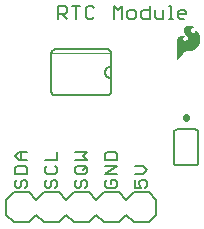
<source format=gto>
G75*
%MOIN*%
%OFA0B0*%
%FSLAX24Y24*%
%IPPOS*%
%LPD*%
%AMOC8*
5,1,8,0,0,1.08239X$1,22.5*
%
%ADD10C,0.0080*%
%ADD11C,0.0010*%
%ADD12C,0.0060*%
%ADD13C,0.0020*%
%ADD14C,0.0220*%
D10*
X001000Y006500D02*
X000750Y006750D01*
X000750Y007250D01*
X001000Y007500D01*
X001500Y007500D01*
X001750Y007250D01*
X002000Y007500D01*
X002500Y007500D01*
X002750Y007250D01*
X003000Y007500D01*
X003500Y007500D01*
X003750Y007250D01*
X004000Y007500D01*
X004500Y007500D01*
X004750Y007250D01*
X005000Y007500D01*
X005500Y007500D01*
X005750Y007250D01*
X005750Y006750D01*
X005500Y006500D01*
X005000Y006500D01*
X004750Y006750D01*
X004500Y006500D01*
X004000Y006500D01*
X003750Y006750D01*
X003500Y006500D01*
X003000Y006500D01*
X002750Y006750D01*
X002500Y006500D01*
X002000Y006500D01*
X001750Y006750D01*
X001500Y006500D01*
X001000Y006500D01*
X001110Y007640D02*
X001180Y007640D01*
X001250Y007710D01*
X001250Y007850D01*
X001320Y007920D01*
X001390Y007920D01*
X001460Y007850D01*
X001460Y007710D01*
X001390Y007640D01*
X001110Y007640D02*
X001040Y007710D01*
X001040Y007850D01*
X001110Y007920D01*
X001040Y008100D02*
X001040Y008311D01*
X001110Y008381D01*
X001390Y008381D01*
X001460Y008311D01*
X001460Y008100D01*
X001040Y008100D01*
X002040Y008170D02*
X002040Y008311D01*
X002110Y008381D01*
X002040Y008561D02*
X002460Y008561D01*
X002460Y008841D01*
X003040Y008841D02*
X003460Y008841D01*
X003320Y008701D01*
X003460Y008561D01*
X003040Y008561D01*
X003110Y008381D02*
X003040Y008311D01*
X003040Y008170D01*
X003110Y008100D01*
X003390Y008100D01*
X003460Y008170D01*
X003460Y008311D01*
X003390Y008381D01*
X003110Y008381D01*
X003320Y008241D02*
X003460Y008381D01*
X004040Y008381D02*
X004460Y008381D01*
X004040Y008100D01*
X004460Y008100D01*
X004390Y007920D02*
X004250Y007920D01*
X004250Y007780D01*
X004110Y007640D02*
X004390Y007640D01*
X004460Y007710D01*
X004460Y007850D01*
X004390Y007920D01*
X004110Y007920D02*
X004040Y007850D01*
X004040Y007710D01*
X004110Y007640D01*
X003460Y007710D02*
X003460Y007850D01*
X003390Y007920D01*
X003320Y007920D01*
X003250Y007850D01*
X003250Y007710D01*
X003180Y007640D01*
X003110Y007640D01*
X003040Y007710D01*
X003040Y007850D01*
X003110Y007920D01*
X003390Y007640D02*
X003460Y007710D01*
X002460Y007710D02*
X002390Y007640D01*
X002460Y007710D02*
X002460Y007850D01*
X002390Y007920D01*
X002320Y007920D01*
X002250Y007850D01*
X002250Y007710D01*
X002180Y007640D01*
X002110Y007640D01*
X002040Y007710D01*
X002040Y007850D01*
X002110Y007920D01*
X002110Y008100D02*
X002390Y008100D01*
X002460Y008170D01*
X002460Y008311D01*
X002390Y008381D01*
X002110Y008100D02*
X002040Y008170D01*
X001460Y008561D02*
X001180Y008561D01*
X001040Y008701D01*
X001180Y008841D01*
X001460Y008841D01*
X001250Y008841D02*
X001250Y008561D01*
X004040Y008561D02*
X004040Y008771D01*
X004110Y008841D01*
X004390Y008841D01*
X004460Y008771D01*
X004460Y008561D01*
X004040Y008561D01*
X005040Y008381D02*
X005320Y008381D01*
X005460Y008241D01*
X005320Y008100D01*
X005040Y008100D01*
X005040Y007920D02*
X005040Y007640D01*
X005250Y007640D01*
X005180Y007780D01*
X005180Y007850D01*
X005250Y007920D01*
X005390Y007920D01*
X005460Y007850D01*
X005460Y007710D01*
X005390Y007640D01*
X005322Y013290D02*
X005252Y013360D01*
X005252Y013500D01*
X005322Y013570D01*
X005533Y013570D01*
X005533Y013710D02*
X005533Y013290D01*
X005322Y013290D01*
X005072Y013360D02*
X005072Y013500D01*
X005002Y013570D01*
X004862Y013570D01*
X004792Y013500D01*
X004792Y013360D01*
X004862Y013290D01*
X005002Y013290D01*
X005072Y013360D01*
X004612Y013290D02*
X004612Y013710D01*
X004472Y013570D01*
X004332Y013710D01*
X004332Y013290D01*
X003691Y013360D02*
X003621Y013290D01*
X003481Y013290D01*
X003411Y013360D01*
X003411Y013640D01*
X003481Y013710D01*
X003621Y013710D01*
X003691Y013640D01*
X003231Y013710D02*
X002950Y013710D01*
X003091Y013710D02*
X003091Y013290D01*
X002770Y013290D02*
X002630Y013430D01*
X002700Y013430D02*
X002490Y013430D01*
X002490Y013290D02*
X002490Y013710D01*
X002700Y013710D01*
X002770Y013640D01*
X002770Y013500D01*
X002700Y013430D01*
X005713Y013360D02*
X005783Y013290D01*
X005993Y013290D01*
X005993Y013570D01*
X006173Y013710D02*
X006243Y013710D01*
X006243Y013290D01*
X006173Y013290D02*
X006313Y013290D01*
X006480Y013360D02*
X006480Y013500D01*
X006550Y013570D01*
X006690Y013570D01*
X006760Y013500D01*
X006760Y013430D01*
X006480Y013430D01*
X006480Y013360D02*
X006550Y013290D01*
X006690Y013290D01*
X005713Y013360D02*
X005713Y013570D01*
D11*
X006728Y013005D02*
X006759Y013027D01*
X006790Y013042D01*
X006823Y013051D01*
X006857Y013054D01*
X006892Y013051D01*
X006927Y013042D01*
X006936Y013038D01*
X006950Y013032D01*
X006970Y013023D01*
X006987Y013010D01*
X006988Y013009D01*
X006988Y013009D01*
X006964Y013009D01*
X006943Y013007D01*
X006923Y013001D01*
X006903Y012990D01*
X006887Y012975D01*
X006875Y012956D01*
X006868Y012934D01*
X006867Y012921D01*
X006870Y012908D01*
X006878Y012888D01*
X006890Y012869D01*
X006904Y012852D01*
X006921Y012838D01*
X006957Y012812D01*
X006977Y012802D01*
X006999Y012798D01*
X007022Y012800D01*
X007030Y012803D01*
X007045Y012814D01*
X007057Y012828D01*
X007059Y012833D01*
X007108Y012833D01*
X007104Y012838D02*
X007060Y012874D01*
X007060Y012839D01*
X007059Y012833D01*
X007060Y012841D02*
X007100Y012841D01*
X007104Y012838D02*
X007140Y012793D01*
X007160Y012756D01*
X006748Y012756D01*
X006740Y012765D02*
X007155Y012765D01*
X007151Y012773D02*
X006732Y012773D01*
X006732Y012774D02*
X006789Y012713D01*
X006804Y012695D01*
X006814Y012674D01*
X006818Y012651D01*
X006817Y012628D01*
X006809Y012606D01*
X006796Y012587D01*
X006778Y012572D01*
X006756Y012560D01*
X006732Y012552D01*
X006707Y012548D01*
X006678Y012549D01*
X006650Y012558D01*
X006625Y012573D01*
X006612Y012587D01*
X006603Y012604D01*
X006599Y012622D01*
X006599Y012639D01*
X006603Y012657D01*
X006607Y012664D01*
X006612Y012669D01*
X006645Y012693D01*
X006651Y012696D01*
X006658Y012698D01*
X006665Y012697D01*
X006646Y012700D01*
X006609Y012703D01*
X006572Y012700D01*
X006544Y012693D01*
X006519Y012680D01*
X006497Y012663D01*
X006606Y012663D01*
X006602Y012654D02*
X006489Y012654D01*
X006482Y012646D02*
X006601Y012646D01*
X006599Y012637D02*
X006476Y012637D01*
X006478Y012641D02*
X006462Y012612D01*
X006453Y012581D01*
X006450Y012548D01*
X006450Y011951D01*
X006642Y012167D01*
X006676Y012198D01*
X006716Y012222D01*
X006731Y012227D01*
X006746Y012230D01*
X006836Y012230D01*
X006890Y012235D01*
X006942Y012249D01*
X006990Y012273D01*
X007036Y012305D01*
X007076Y012343D01*
X007111Y012387D01*
X007148Y012453D01*
X007173Y012525D01*
X007184Y012600D01*
X007182Y012676D01*
X007174Y012717D01*
X007160Y012756D01*
X007163Y012748D02*
X006756Y012748D01*
X006764Y012739D02*
X007166Y012739D01*
X007169Y012731D02*
X006772Y012731D01*
X006780Y012722D02*
X007172Y012722D01*
X007175Y012714D02*
X006788Y012714D01*
X006796Y012705D02*
X007176Y012705D01*
X007178Y012697D02*
X006803Y012697D01*
X006808Y012688D02*
X007180Y012688D01*
X007181Y012680D02*
X006812Y012680D01*
X006815Y012671D02*
X007182Y012671D01*
X007182Y012663D02*
X006816Y012663D01*
X006818Y012654D02*
X007183Y012654D01*
X007183Y012646D02*
X006818Y012646D01*
X006817Y012637D02*
X007183Y012637D01*
X007183Y012629D02*
X006817Y012629D01*
X006814Y012620D02*
X007184Y012620D01*
X007184Y012612D02*
X006811Y012612D01*
X006807Y012603D02*
X007184Y012603D01*
X007184Y012595D02*
X006801Y012595D01*
X006795Y012586D02*
X007182Y012586D01*
X007181Y012578D02*
X006785Y012578D01*
X006773Y012569D02*
X007180Y012569D01*
X007178Y012561D02*
X006757Y012561D01*
X006733Y012552D02*
X007177Y012552D01*
X007176Y012544D02*
X006450Y012544D01*
X006450Y012552D02*
X006669Y012552D01*
X006645Y012561D02*
X006451Y012561D01*
X006452Y012569D02*
X006631Y012569D01*
X006621Y012578D02*
X006453Y012578D01*
X006454Y012586D02*
X006612Y012586D01*
X006608Y012595D02*
X006457Y012595D01*
X006460Y012603D02*
X006603Y012603D01*
X006601Y012612D02*
X006462Y012612D01*
X006467Y012620D02*
X006599Y012620D01*
X006599Y012629D02*
X006471Y012629D01*
X006478Y012641D02*
X006497Y012663D01*
X006507Y012671D02*
X006615Y012671D01*
X006627Y012680D02*
X006518Y012680D01*
X006535Y012688D02*
X006638Y012688D01*
X006653Y012697D02*
X006559Y012697D01*
X006715Y012799D02*
X006994Y012799D01*
X007010Y012799D02*
X007136Y012799D01*
X007142Y012790D02*
X006721Y012790D01*
X006726Y012782D02*
X007146Y012782D01*
X007129Y012807D02*
X007036Y012807D01*
X007047Y012816D02*
X007122Y012816D01*
X007115Y012824D02*
X007054Y012824D01*
X007060Y012850D02*
X007090Y012850D01*
X007079Y012858D02*
X007060Y012858D01*
X007060Y012867D02*
X007069Y012867D01*
X006966Y012807D02*
X006709Y012807D01*
X006703Y012816D02*
X006952Y012816D01*
X006940Y012824D02*
X006698Y012824D01*
X006692Y012833D02*
X006928Y012833D01*
X006917Y012841D02*
X006686Y012841D01*
X006685Y012843D02*
X006732Y012774D01*
X006685Y012843D02*
X006674Y012870D01*
X006670Y012899D01*
X006674Y012928D01*
X006684Y012955D01*
X006701Y012979D01*
X006728Y013005D01*
X006726Y013003D02*
X006929Y013003D01*
X006910Y012994D02*
X006717Y012994D01*
X006708Y012986D02*
X006898Y012986D01*
X006889Y012977D02*
X006700Y012977D01*
X006694Y012969D02*
X006883Y012969D01*
X006877Y012960D02*
X006688Y012960D01*
X006683Y012952D02*
X006873Y012952D01*
X006871Y012943D02*
X006679Y012943D01*
X006676Y012935D02*
X006868Y012935D01*
X006868Y012926D02*
X006673Y012926D01*
X006672Y012918D02*
X006868Y012918D01*
X006870Y012909D02*
X006671Y012909D01*
X006670Y012901D02*
X006873Y012901D01*
X006877Y012892D02*
X006671Y012892D01*
X006672Y012884D02*
X006881Y012884D01*
X006886Y012875D02*
X006673Y012875D01*
X006675Y012867D02*
X006892Y012867D01*
X006899Y012858D02*
X006679Y012858D01*
X006682Y012850D02*
X006907Y012850D01*
X006985Y013011D02*
X006737Y013011D01*
X006749Y013020D02*
X006975Y013020D01*
X006959Y013028D02*
X006761Y013028D01*
X006778Y013037D02*
X006939Y013037D01*
X006914Y013045D02*
X006800Y013045D01*
X006853Y013054D02*
X006860Y013054D01*
X007175Y012535D02*
X006450Y012535D01*
X006450Y012527D02*
X007173Y012527D01*
X007171Y012518D02*
X006450Y012518D01*
X006450Y012510D02*
X007168Y012510D01*
X007165Y012501D02*
X006450Y012501D01*
X006450Y012493D02*
X007162Y012493D01*
X007159Y012484D02*
X006450Y012484D01*
X006450Y012476D02*
X007156Y012476D01*
X007153Y012467D02*
X006450Y012467D01*
X006450Y012459D02*
X007150Y012459D01*
X007147Y012450D02*
X006450Y012450D01*
X006450Y012442D02*
X007142Y012442D01*
X007137Y012433D02*
X006450Y012433D01*
X006450Y012425D02*
X007132Y012425D01*
X007127Y012416D02*
X006450Y012416D01*
X006450Y012408D02*
X007123Y012408D01*
X007118Y012399D02*
X006450Y012399D01*
X006450Y012391D02*
X007113Y012391D01*
X007107Y012382D02*
X006450Y012382D01*
X006450Y012374D02*
X007100Y012374D01*
X007094Y012365D02*
X006450Y012365D01*
X006450Y012357D02*
X007087Y012357D01*
X007080Y012348D02*
X006450Y012348D01*
X006450Y012340D02*
X007072Y012340D01*
X007063Y012331D02*
X006450Y012331D01*
X006450Y012323D02*
X007054Y012323D01*
X007045Y012314D02*
X006450Y012314D01*
X006450Y012306D02*
X007036Y012306D01*
X007024Y012297D02*
X006450Y012297D01*
X006450Y012289D02*
X007012Y012289D01*
X007000Y012280D02*
X006450Y012280D01*
X006450Y012272D02*
X006987Y012272D01*
X006970Y012263D02*
X006450Y012263D01*
X006450Y012255D02*
X006952Y012255D01*
X006930Y012246D02*
X006450Y012246D01*
X006450Y012238D02*
X006900Y012238D01*
X006741Y012229D02*
X006450Y012229D01*
X006450Y012221D02*
X006714Y012221D01*
X006699Y012212D02*
X006450Y012212D01*
X006450Y012204D02*
X006685Y012204D01*
X006673Y012195D02*
X006450Y012195D01*
X006450Y012187D02*
X006663Y012187D01*
X006654Y012178D02*
X006450Y012178D01*
X006450Y012170D02*
X006645Y012170D01*
X006637Y012161D02*
X006450Y012161D01*
X006450Y012153D02*
X006629Y012153D01*
X006622Y012144D02*
X006450Y012144D01*
X006450Y012136D02*
X006614Y012136D01*
X006607Y012127D02*
X006450Y012127D01*
X006450Y012119D02*
X006599Y012119D01*
X006591Y012110D02*
X006450Y012110D01*
X006450Y012102D02*
X006584Y012102D01*
X006576Y012093D02*
X006450Y012093D01*
X006450Y012085D02*
X006569Y012085D01*
X006561Y012076D02*
X006450Y012076D01*
X006450Y012068D02*
X006554Y012068D01*
X006546Y012059D02*
X006450Y012059D01*
X006450Y012051D02*
X006539Y012051D01*
X006531Y012042D02*
X006450Y012042D01*
X006450Y012034D02*
X006524Y012034D01*
X006516Y012025D02*
X006450Y012025D01*
X006450Y012017D02*
X006508Y012017D01*
X006501Y012008D02*
X006450Y012008D01*
X006450Y012000D02*
X006493Y012000D01*
X006486Y011991D02*
X006450Y011991D01*
X006450Y011983D02*
X006478Y011983D01*
X006471Y011974D02*
X006450Y011974D01*
X006450Y011966D02*
X006463Y011966D01*
X006456Y011957D02*
X006450Y011957D01*
D12*
X004250Y012120D02*
X004250Y011700D01*
X004250Y011300D01*
X004250Y010880D01*
X004248Y010857D01*
X004243Y010834D01*
X004234Y010812D01*
X004221Y010792D01*
X004206Y010774D01*
X004188Y010759D01*
X004168Y010746D01*
X004146Y010737D01*
X004123Y010732D01*
X004100Y010730D01*
X002400Y010730D01*
X002377Y010732D01*
X002354Y010737D01*
X002332Y010746D01*
X002312Y010759D01*
X002294Y010774D01*
X002279Y010792D01*
X002266Y010812D01*
X002257Y010834D01*
X002252Y010857D01*
X002250Y010880D01*
X002250Y012120D01*
X002252Y012143D01*
X002257Y012166D01*
X002266Y012188D01*
X002279Y012208D01*
X002294Y012226D01*
X002312Y012241D01*
X002332Y012254D01*
X002354Y012263D01*
X002377Y012268D01*
X002400Y012270D01*
X004100Y012270D01*
X004123Y012268D01*
X004146Y012263D01*
X004168Y012254D01*
X004188Y012241D01*
X004206Y012226D01*
X004221Y012208D01*
X004234Y012188D01*
X004243Y012166D01*
X004248Y012143D01*
X004250Y012120D01*
X004250Y011700D02*
X004223Y011698D01*
X004196Y011693D01*
X004170Y011683D01*
X004146Y011671D01*
X004124Y011655D01*
X004104Y011637D01*
X004087Y011615D01*
X004072Y011592D01*
X004062Y011567D01*
X004054Y011541D01*
X004050Y011514D01*
X004050Y011486D01*
X004054Y011459D01*
X004062Y011433D01*
X004072Y011408D01*
X004087Y011385D01*
X004104Y011363D01*
X004124Y011345D01*
X004146Y011329D01*
X004170Y011317D01*
X004196Y011307D01*
X004223Y011302D01*
X004250Y011300D01*
X006450Y009600D02*
X007050Y009600D01*
X007067Y009598D01*
X007084Y009594D01*
X007100Y009587D01*
X007114Y009577D01*
X007127Y009564D01*
X007137Y009550D01*
X007144Y009534D01*
X007148Y009517D01*
X007150Y009500D01*
X007150Y008500D01*
X007148Y008483D01*
X007144Y008466D01*
X007137Y008450D01*
X007127Y008436D01*
X007114Y008423D01*
X007100Y008413D01*
X007084Y008406D01*
X007067Y008402D01*
X007050Y008400D01*
X006450Y008400D01*
X006433Y008402D01*
X006416Y008406D01*
X006400Y008413D01*
X006386Y008423D01*
X006373Y008436D01*
X006363Y008450D01*
X006356Y008466D01*
X006352Y008483D01*
X006350Y008500D01*
X006350Y009500D01*
X006352Y009517D01*
X006356Y009534D01*
X006363Y009550D01*
X006373Y009564D01*
X006386Y009577D01*
X006400Y009587D01*
X006416Y009594D01*
X006433Y009598D01*
X006450Y009600D01*
D13*
X004250Y012130D02*
X002250Y012130D01*
D14*
X006750Y010012D02*
X006750Y009988D01*
M02*

</source>
